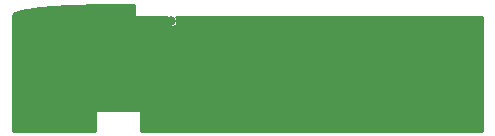
<source format=gbl>
G04 #@! TF.GenerationSoftware,KiCad,Pcbnew,(5.0.0-rc2-153-gb37969f58)*
G04 #@! TF.CreationDate,2018-07-10T17:16:08+02:00*
G04 #@! TF.ProjectId,wb001,77623030312E6B696361645F70636200,rev?*
G04 #@! TF.SameCoordinates,Original*
G04 #@! TF.FileFunction,Copper,L2,Bot,Signal*
G04 #@! TF.FilePolarity,Positive*
%FSLAX46Y46*%
G04 Gerber Fmt 4.6, Leading zero omitted, Abs format (unit mm)*
G04 Created by KiCad (PCBNEW (5.0.0-rc2-153-gb37969f58)) date Tue Jul 10 17:16:08 2018*
%MOMM*%
%LPD*%
G01*
G04 APERTURE LIST*
G04 #@! TA.AperFunction,ViaPad*
%ADD10C,0.800000*%
G04 #@! TD*
G04 #@! TA.AperFunction,Conductor*
%ADD11C,0.250000*%
G04 #@! TD*
G04 #@! TA.AperFunction,Conductor*
%ADD12C,0.254000*%
G04 #@! TD*
G04 APERTURE END LIST*
D10*
G04 #@! TO.N,Net-(AE101-Pad1)*
X162000000Y-63030000D03*
G04 #@! TO.N,GND*
X160500000Y-68000000D03*
X160500000Y-69000000D03*
X160500000Y-70000000D03*
X154500000Y-68000000D03*
X154500000Y-69000000D03*
X154500000Y-70000000D03*
X160500000Y-71000000D03*
X160500000Y-72000000D03*
X154500000Y-71000000D03*
X154500000Y-72000000D03*
G04 #@! TD*
D11*
G04 #@! TO.N,GND*
X160500000Y-68000000D02*
X161000000Y-68000000D01*
X160500000Y-69000000D02*
X161000000Y-69000000D01*
X160500000Y-70000000D02*
X161500000Y-70000000D01*
X154500000Y-70000000D02*
X154000000Y-70000000D01*
X154500000Y-69000000D02*
X154000000Y-69000000D01*
X154500000Y-68000000D02*
X154000000Y-68000000D01*
G04 #@! TD*
D12*
G04 #@! TO.N,GND*
G36*
X158872000Y-62526747D02*
X158881571Y-62575367D01*
X158909019Y-62616623D01*
X158950166Y-62644236D01*
X158999017Y-62654000D01*
X161631066Y-62653643D01*
X161553231Y-62731478D01*
X161473000Y-62925173D01*
X161473000Y-63134827D01*
X161553231Y-63328522D01*
X161701478Y-63476769D01*
X161895173Y-63557000D01*
X162104827Y-63557000D01*
X162298522Y-63476769D01*
X162446769Y-63328522D01*
X162527000Y-63134827D01*
X162527000Y-62925173D01*
X162446769Y-62731478D01*
X162368834Y-62653543D01*
X188298509Y-62650027D01*
X188299100Y-72348000D01*
X159452000Y-72348000D01*
X159452000Y-70769893D01*
X159455957Y-70750000D01*
X159440279Y-70671184D01*
X159395634Y-70604366D01*
X159328816Y-70559721D01*
X159269893Y-70548000D01*
X159269892Y-70548000D01*
X159250000Y-70544043D01*
X159230107Y-70548000D01*
X155769893Y-70548000D01*
X155750000Y-70544043D01*
X155730108Y-70548000D01*
X155730107Y-70548000D01*
X155671184Y-70559721D01*
X155604366Y-70604366D01*
X155559721Y-70671184D01*
X155544043Y-70750000D01*
X155548001Y-70769897D01*
X155548000Y-72348000D01*
X148627016Y-72348000D01*
X148627999Y-62532850D01*
X148631547Y-62507510D01*
X148639701Y-62487707D01*
X148670185Y-62449015D01*
X148772427Y-62373513D01*
X149039732Y-62271862D01*
X149253093Y-62192092D01*
X149766492Y-62078871D01*
X149922606Y-62054478D01*
X149923008Y-62054414D01*
X150178395Y-62013671D01*
X150491092Y-61971978D01*
X150759105Y-61939221D01*
X151014566Y-61913377D01*
X151330332Y-61882498D01*
X151646981Y-61856608D01*
X151988061Y-61830678D01*
X152364774Y-61805763D01*
X152905653Y-61774827D01*
X153346581Y-61753878D01*
X153904884Y-61730907D01*
X154461958Y-61711938D01*
X155099133Y-61693962D01*
X155766495Y-61678976D01*
X156398923Y-61667986D01*
X157164155Y-61658995D01*
X157782777Y-61653998D01*
X158477375Y-61651000D01*
X158873746Y-61650243D01*
X158872000Y-62526747D01*
X158872000Y-62526747D01*
G37*
X158872000Y-62526747D02*
X158881571Y-62575367D01*
X158909019Y-62616623D01*
X158950166Y-62644236D01*
X158999017Y-62654000D01*
X161631066Y-62653643D01*
X161553231Y-62731478D01*
X161473000Y-62925173D01*
X161473000Y-63134827D01*
X161553231Y-63328522D01*
X161701478Y-63476769D01*
X161895173Y-63557000D01*
X162104827Y-63557000D01*
X162298522Y-63476769D01*
X162446769Y-63328522D01*
X162527000Y-63134827D01*
X162527000Y-62925173D01*
X162446769Y-62731478D01*
X162368834Y-62653543D01*
X188298509Y-62650027D01*
X188299100Y-72348000D01*
X159452000Y-72348000D01*
X159452000Y-70769893D01*
X159455957Y-70750000D01*
X159440279Y-70671184D01*
X159395634Y-70604366D01*
X159328816Y-70559721D01*
X159269893Y-70548000D01*
X159269892Y-70548000D01*
X159250000Y-70544043D01*
X159230107Y-70548000D01*
X155769893Y-70548000D01*
X155750000Y-70544043D01*
X155730108Y-70548000D01*
X155730107Y-70548000D01*
X155671184Y-70559721D01*
X155604366Y-70604366D01*
X155559721Y-70671184D01*
X155544043Y-70750000D01*
X155548001Y-70769897D01*
X155548000Y-72348000D01*
X148627016Y-72348000D01*
X148627999Y-62532850D01*
X148631547Y-62507510D01*
X148639701Y-62487707D01*
X148670185Y-62449015D01*
X148772427Y-62373513D01*
X149039732Y-62271862D01*
X149253093Y-62192092D01*
X149766492Y-62078871D01*
X149922606Y-62054478D01*
X149923008Y-62054414D01*
X150178395Y-62013671D01*
X150491092Y-61971978D01*
X150759105Y-61939221D01*
X151014566Y-61913377D01*
X151330332Y-61882498D01*
X151646981Y-61856608D01*
X151988061Y-61830678D01*
X152364774Y-61805763D01*
X152905653Y-61774827D01*
X153346581Y-61753878D01*
X153904884Y-61730907D01*
X154461958Y-61711938D01*
X155099133Y-61693962D01*
X155766495Y-61678976D01*
X156398923Y-61667986D01*
X157164155Y-61658995D01*
X157782777Y-61653998D01*
X158477375Y-61651000D01*
X158873746Y-61650243D01*
X158872000Y-62526747D01*
G04 #@! TD*
M02*

</source>
